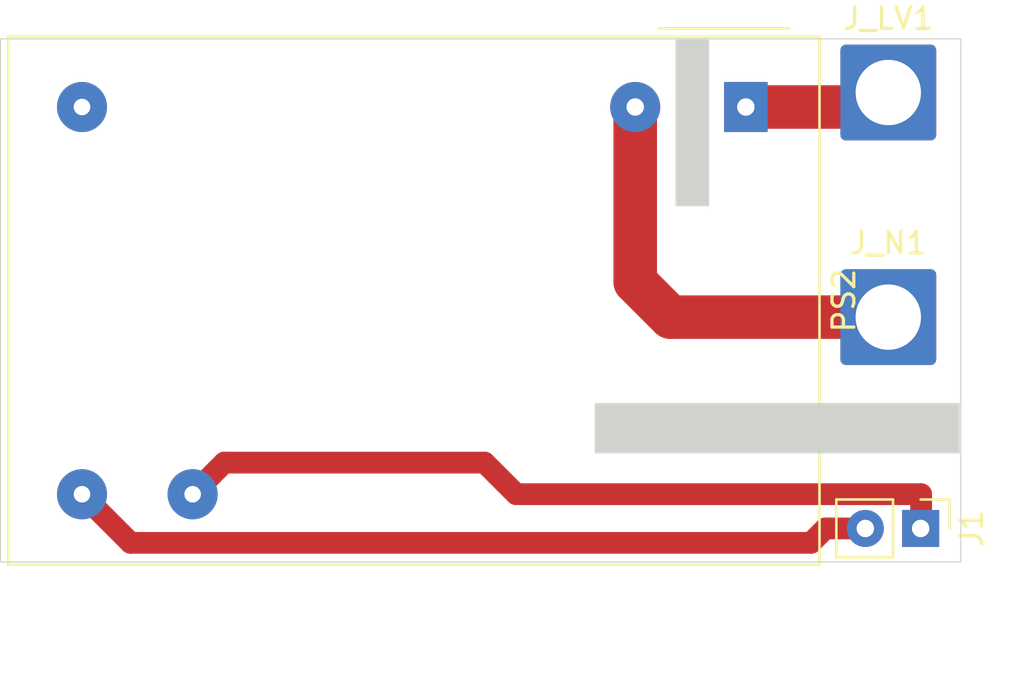
<source format=kicad_pcb>
(kicad_pcb (version 20240108) (generator "pcbnew") (generator_version "8.0")
  (layers (0 "F.Cu" signal) (31 "B.Cu" signal) (34 "B.Paste" user) (35 "F.Paste" user) (36 "B.SilkS" user "B.Silkscreen") (37 "F.SilkS" user "F.Silkscreen") (38 "B.Mask" user) (39 "F.Mask" user) (44 "Edge.Cuts" user))
  (net 0 "")
  (net 1 "Net-(J1-Pin_2)")
  (net 2 "Net-(J1-Pin_1)")
  (net 3 "Net-(J_LV1-Pin_1)")
  (net 4 "Net-(J_N1-Pin_1)")
  (footprint "Connector_Wire:SolderWire-2.5sqmm_1x01_D2.4mm_OD4.4mm" (layer "F.Cu") (at 40.76 20.1676)
    (property "Reference" "J_N1" (at 0 -3.4 0) (layer "F.SilkS"))
    (property "Value" "Conn_01x01_Pin")
    (pad "1" thru_hole roundrect (at 0 0) (size 4.4 4.4) (drill 3) (layers "*.Cu" "*.Mask" "In1.Cu" "In2.Cu" "In3.Cu" "In4.Cu" "In5.Cu" "In6.Cu" "In7.Cu" "In8.Cu" "In9.Cu" "In10.Cu" "In11.Cu" "In12.Cu" "In13.Cu" "In14.Cu" "In15.Cu" "In16.Cu" "In17.Cu" "In18.Cu" "In19.Cu" "In20.Cu" "In21.Cu" "In22.Cu" "In23.Cu" "In24.Cu" "In25.Cu" "In26.Cu" "In27.Cu" "In28.Cu" "In29.Cu" "In30.Cu") (roundrect_rratio 0.056818) (net 4 "Net-(J_N1-Pin_1)"))
  )
  (footprint "Converter_ACDC:Converter_ACDC_MeanWell_IRM-03-xx_THT" (layer "F.Cu") (at 34.22 10.52 -90)
    (property "Reference" "PS2" (at 8.89 -4.5 90) (layer "F.SilkS"))
    (property "Value" "IRM-03-5")
    (fp_line (start -3.23 33.86) (end 21.01 33.86) (stroke (width 0.12)) (layer "F.SilkS"))
    (fp_line (start -3.61 -2) (end -3.61 4) (stroke (width 0.12)) (layer "F.SilkS"))
    (fp_line (start -3.23 -3.38) (end -3.23 33.86) (stroke (width 0.12)) (layer "F.SilkS"))
    (fp_line (start 21.01 -3.38) (end 21.01 33.86) (stroke (width 0.12)) (layer "F.SilkS"))
    (fp_line (start 21.01 -3.38) (end -3.23 -3.38) (stroke (width 0.12)) (layer "F.SilkS"))
    (pad "1" thru_hole rect (at 0 0 270) (size 2.3 2) (drill 0.8) (layers "*.Cu" "*.Mask" "In1.Cu" "In2.Cu" "In3.Cu" "In4.Cu" "In5.Cu" "In6.Cu" "In7.Cu" "In8.Cu" "In9.Cu" "In10.Cu" "In11.Cu" "In12.Cu" "In13.Cu" "In14.Cu" "In15.Cu" "In16.Cu" "In17.Cu" "In18.Cu" "In19.Cu" "In20.Cu" "In21.Cu" "In22.Cu" "In23.Cu" "In24.Cu" "In25.Cu" "In26.Cu" "In27.Cu" "In28.Cu" "In29.Cu" "In30.Cu") (net 3 "Net-(J_LV1-Pin_1)"))
    (pad "3" thru_hole circle (at 0 5.08 270) (size 2.3 2.3) (drill 0.8) (layers "*.Cu" "*.Mask" "In1.Cu" "In2.Cu" "In3.Cu" "In4.Cu" "In5.Cu" "In6.Cu" "In7.Cu" "In8.Cu" "In9.Cu" "In10.Cu" "In11.Cu" "In12.Cu" "In13.Cu" "In14.Cu" "In15.Cu" "In16.Cu" "In17.Cu" "In18.Cu" "In19.Cu" "In20.Cu" "In21.Cu" "In22.Cu" "In23.Cu" "In24.Cu" "In25.Cu" "In26.Cu" "In27.Cu" "In28.Cu" "In29.Cu" "In30.Cu") (net 4 "Net-(J_N1-Pin_1)"))
    (pad "5" thru_hole circle (at 0 30.48 270) (size 2.3 2.3) (drill 0.76) (layers "*.Cu" "*.Mask" "In1.Cu" "In2.Cu" "In3.Cu" "In4.Cu" "In5.Cu" "In6.Cu" "In7.Cu" "In8.Cu" "In9.Cu" "In10.Cu" "In11.Cu" "In12.Cu" "In13.Cu" "In14.Cu" "In15.Cu" "In16.Cu" "In17.Cu" "In18.Cu" "In19.Cu" "In20.Cu" "In21.Cu" "In22.Cu" "In23.Cu" "In24.Cu" "In25.Cu" "In26.Cu" "In27.Cu" "In28.Cu" "In29.Cu" "In30.Cu"))
    (pad "14" thru_hole circle (at 17.78 30.48 270) (size 2.3 2.3) (drill 0.76) (layers "*.Cu" "*.Mask" "In1.Cu" "In2.Cu" "In3.Cu" "In4.Cu" "In5.Cu" "In6.Cu" "In7.Cu" "In8.Cu" "In9.Cu" "In10.Cu" "In11.Cu" "In12.Cu" "In13.Cu" "In14.Cu" "In15.Cu" "In16.Cu" "In17.Cu" "In18.Cu" "In19.Cu" "In20.Cu" "In21.Cu" "In22.Cu" "In23.Cu" "In24.Cu" "In25.Cu" "In26.Cu" "In27.Cu" "In28.Cu" "In29.Cu" "In30.Cu") (net 1 "Net-(J1-Pin_2)"))
    (pad "16" thru_hole circle (at 17.78 25.4 270) (size 2.3 2.3) (drill 0.76) (layers "*.Cu" "*.Mask" "In1.Cu" "In2.Cu" "In3.Cu" "In4.Cu" "In5.Cu" "In6.Cu" "In7.Cu" "In8.Cu" "In9.Cu" "In10.Cu" "In11.Cu" "In12.Cu" "In13.Cu" "In14.Cu" "In15.Cu" "In16.Cu" "In17.Cu" "In18.Cu" "In19.Cu" "In20.Cu" "In21.Cu" "In22.Cu" "In23.Cu" "In24.Cu" "In25.Cu" "In26.Cu" "In27.Cu" "In28.Cu" "In29.Cu" "In30.Cu") (net 2 "Net-(J1-Pin_1)"))
  )
  (footprint "Connector_PinHeader_2.54mm:PinHeader_1x02_P2.54mm_Vertical" (layer "F.Cu") (at 42.2452 29.8704 -90)
    (property "Reference" "J1" (at 0 -2.33 90) (layer "F.SilkS"))
    (property "Value" "Conn_01x02_Socket")
    (fp_line (start -1.33 3.87) (end 1.33 3.87) (stroke (width 0.12)) (layer "F.SilkS"))
    (fp_line (start -1.33 1.27) (end -1.33 3.87) (stroke (width 0.12)) (layer "F.SilkS"))
    (fp_line (start -1.33 1.27) (end 1.33 1.27) (stroke (width 0.12)) (layer "F.SilkS"))
    (fp_line (start 1.33 1.27) (end 1.33 3.87) (stroke (width 0.12)) (layer "F.SilkS"))
    (fp_line (start -1.33 0) (end -1.33 -1.33) (stroke (width 0.12)) (layer "F.SilkS"))
    (fp_line (start -1.33 -1.33) (end 0 -1.33) (stroke (width 0.12)) (layer "F.SilkS"))
    (pad "1" thru_hole rect (at 0 0 270) (size 1.7 1.7) (drill 0.8) (layers "*.Cu" "*.Mask" "In1.Cu" "In2.Cu" "In3.Cu" "In4.Cu" "In5.Cu" "In6.Cu" "In7.Cu" "In8.Cu" "In9.Cu" "In10.Cu" "In11.Cu" "In12.Cu" "In13.Cu" "In14.Cu" "In15.Cu" "In16.Cu" "In17.Cu" "In18.Cu" "In19.Cu" "In20.Cu" "In21.Cu" "In22.Cu" "In23.Cu" "In24.Cu" "In25.Cu" "In26.Cu" "In27.Cu" "In28.Cu" "In29.Cu" "In30.Cu") (net 2 "Net-(J1-Pin_1)"))
    (pad "2" thru_hole oval (at 0 2.54 270) (size 1.7 1.7) (drill 0.8) (layers "*.Cu" "*.Mask" "In1.Cu" "In2.Cu" "In3.Cu" "In4.Cu" "In5.Cu" "In6.Cu" "In7.Cu" "In8.Cu" "In9.Cu" "In10.Cu" "In11.Cu" "In12.Cu" "In13.Cu" "In14.Cu" "In15.Cu" "In16.Cu" "In17.Cu" "In18.Cu" "In19.Cu" "In20.Cu" "In21.Cu" "In22.Cu" "In23.Cu" "In24.Cu" "In25.Cu" "In26.Cu" "In27.Cu" "In28.Cu" "In29.Cu" "In30.Cu") (net 1 "Net-(J1-Pin_2)"))
  )
  (footprint "Connector_Wire:SolderWire-2.5sqmm_1x01_D2.4mm_OD4.4mm" (layer "F.Cu") (at 40.76 9.8552)
    (property "Reference" "J_LV1" (at 0 -3.4 0) (layer "F.SilkS"))
    (property "Value" "Conn_01x01_Pin")
    (pad "1" thru_hole roundrect (at 0 0) (size 4.4 4.4) (drill 3) (layers "*.Cu" "*.Mask" "In1.Cu" "In2.Cu" "In3.Cu" "In4.Cu" "In5.Cu" "In6.Cu" "In7.Cu" "In8.Cu" "In9.Cu" "In10.Cu" "In11.Cu" "In12.Cu" "In13.Cu" "In14.Cu" "In15.Cu" "In16.Cu" "In17.Cu" "In18.Cu" "In19.Cu" "In20.Cu" "In21.Cu" "In22.Cu" "In23.Cu" "In24.Cu" "In25.Cu" "In26.Cu" "In27.Cu" "In28.Cu" "In29.Cu" "In30.Cu") (roundrect_rratio 0.056818) (net 3 "Net-(J_LV1-Pin_1)"))
  )
  (gr_rect (start 31.01 7.4258) (end 32.51 15.0542) (stroke (width 0.05)) (fill solid) (layer "Edge.Cuts"))
  (gr_rect (start 0 7.3914) (end 44.0894 31.4068) (stroke (width 0.05)) (fill none) (layer "Edge.Cuts"))
  (gr_rect (start 27.3034 24.1394) (end 44.0166 26.4) (stroke (width 0.05)) (fill solid) (layer "Edge.Cuts"))
  (segment (start 5.9708 30.5308) (end 37.211 30.5308) (width 1) (layer "F.Cu") (net 1))
  (segment (start 37.8714 29.8704) (end 39.7052 29.8704) (width 1) (layer "F.Cu") (net 1))
  (segment (start 37.211 30.5308) (end 37.8714 29.8704) (width 1) (layer "F.Cu") (net 1))
  (segment (start 3.74 28.3) (end 5.9708 30.5308) (width 1) (layer "F.Cu") (net 1))
  (segment (start 10.2722 26.8478) (end 22.225 26.8478) (width 1) (layer "F.Cu") (net 2))
  (segment (start 23.6728 28.2956) (end 22.225 26.8478) (width 1) (layer "F.Cu") (net 2))
  (segment (start 8.82 28.3) (end 10.2722 26.8478) (width 1) (layer "F.Cu") (net 2))
  (segment (start 42.2452 29.8704) (end 42.2656 29.85) (width 1) (layer "F.Cu") (net 2))
  (segment (start 42.2656 28.2956) (end 23.6728 28.2956) (width 1) (layer "F.Cu") (net 2))
  (segment (start 42.2656 29.85) (end 42.2656 28.2956) (width 1) (layer "F.Cu") (net 2))
  (segment (start 34.22 10.52) (end 40.0952 10.52) (width 2) (layer "F.Cu") (net 3))
  (segment (start 40.0952 10.52) (end 40.76 9.8552) (width 2) (layer "F.Cu") (net 3))
  (segment (start 29.14 10.52) (end 29.14 18.5482) (width 2) (layer "F.Cu") (net 4))
  (segment (start 29.14 18.5482) (end 30.7594 20.1676) (width 2) (layer "F.Cu") (net 4))
  (segment (start 30.7594 20.1676) (end 40.76 20.1676) (width 2) (layer "F.Cu") (net 4))
)
</source>
